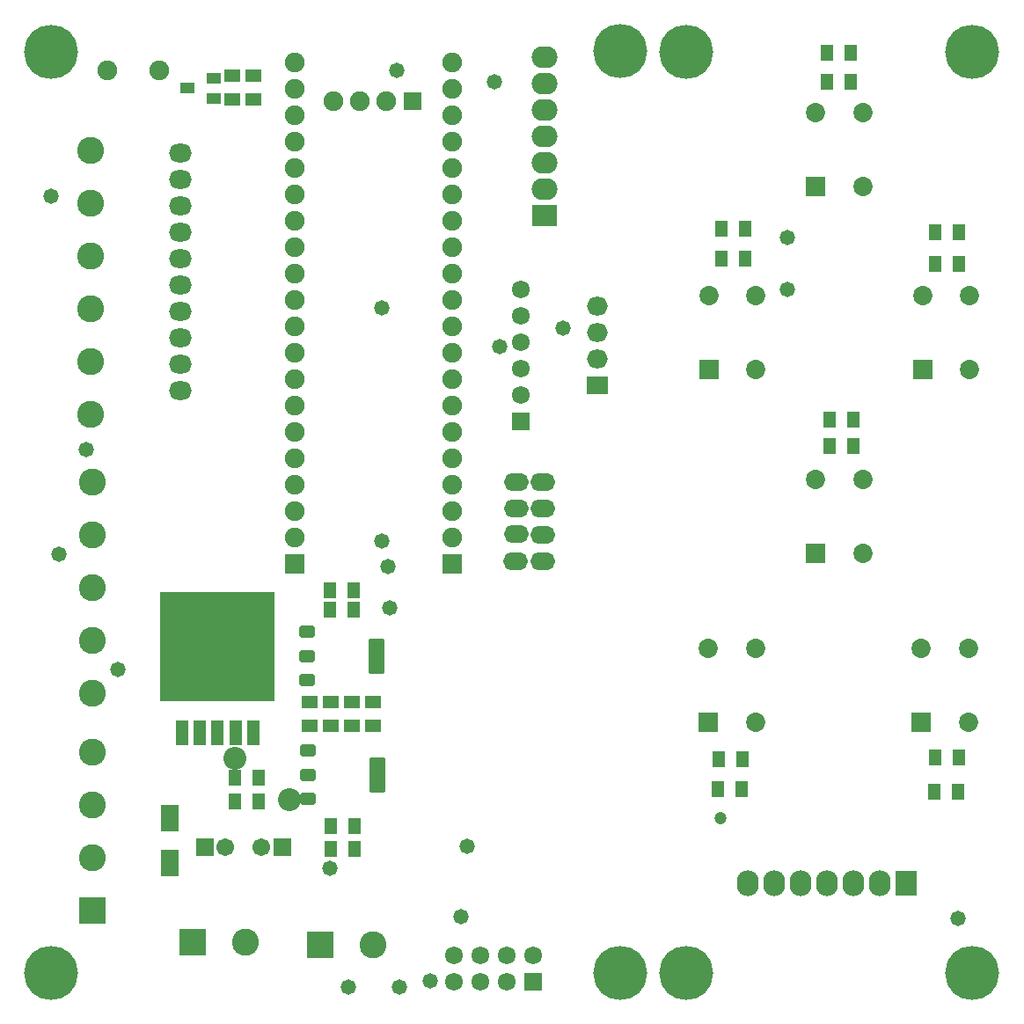
<source format=gts>
G04*
G04 #@! TF.GenerationSoftware,Altium Limited,Altium Designer,21.3.2 (30)*
G04*
G04 Layer_Color=8388736*
%FSTAX24Y24*%
%MOIN*%
G70*
G04*
G04 #@! TF.SameCoordinates,110FFF50-2F86-4F7F-B504-3501B117D145*
G04*
G04*
G04 #@! TF.FilePolarity,Negative*
G04*
G01*
G75*
%ADD28R,0.0500X0.0930*%
%ADD29R,0.4332X0.4178*%
%ADD30R,0.0474X0.0630*%
%ADD31R,0.0630X0.0474*%
%ADD32R,0.0552X0.0415*%
G04:AMPARAMS|DCode=33|XSize=44.6mil|YSize=59.6mil|CornerRadius=6.7mil|HoleSize=0mil|Usage=FLASHONLY|Rotation=270.000|XOffset=0mil|YOffset=0mil|HoleType=Round|Shape=RoundedRectangle|*
%AMROUNDEDRECTD33*
21,1,0.0446,0.0461,0,0,270.0*
21,1,0.0311,0.0596,0,0,270.0*
1,1,0.0135,-0.0230,-0.0156*
1,1,0.0135,-0.0230,0.0156*
1,1,0.0135,0.0230,0.0156*
1,1,0.0135,0.0230,-0.0156*
%
%ADD33ROUNDEDRECTD33*%
G04:AMPARAMS|DCode=34|XSize=135.6mil|YSize=59.6mil|CornerRadius=7.9mil|HoleSize=0mil|Usage=FLASHONLY|Rotation=270.000|XOffset=0mil|YOffset=0mil|HoleType=Round|Shape=RoundedRectangle|*
%AMROUNDEDRECTD34*
21,1,0.1356,0.0438,0,0,270.0*
21,1,0.1198,0.0596,0,0,270.0*
1,1,0.0157,-0.0219,-0.0599*
1,1,0.0157,-0.0219,0.0599*
1,1,0.0157,0.0219,0.0599*
1,1,0.0157,0.0219,-0.0599*
%
%ADD34ROUNDEDRECTD34*%
%ADD35R,0.0690X0.0997*%
%ADD36O,0.0830X0.0980*%
%ADD37R,0.0830X0.0980*%
%ADD38C,0.1025*%
%ADD39C,0.0730*%
%ADD40R,0.0730X0.0730*%
%ADD41C,0.0277*%
%ADD42C,0.2049*%
%ADD43O,0.0867X0.0710*%
%ADD44R,0.1025X0.1025*%
%ADD45C,0.0749*%
%ADD46O,0.0940X0.0680*%
%ADD47R,0.0678X0.0678*%
%ADD48C,0.0678*%
%ADD49R,0.0678X0.0678*%
%ADD50O,0.0789X0.0710*%
%ADD51R,0.0789X0.0710*%
%ADD52O,0.0980X0.0830*%
%ADD53R,0.0980X0.0830*%
%ADD54R,0.0671X0.0671*%
%ADD55C,0.0671*%
%ADD56R,0.1025X0.1025*%
%ADD57R,0.0749X0.0749*%
%ADD58C,0.0580*%
%ADD59C,0.0867*%
%ADD60C,0.0474*%
D28*
X01889Y02032D02*
D03*
X01822D02*
D03*
X01755D02*
D03*
X01688D02*
D03*
X01621D02*
D03*
D29*
X01755Y0236D02*
D03*
D30*
X0456Y0181D02*
D03*
X0447D02*
D03*
X04475Y0194D02*
D03*
X04565D02*
D03*
X0374Y0182D02*
D03*
X0365D02*
D03*
X03655Y01935D02*
D03*
X03745D02*
D03*
X04165Y0322D02*
D03*
X04075D02*
D03*
Y0312D02*
D03*
X04165D02*
D03*
X04565Y0381D02*
D03*
X04475D02*
D03*
Y0393D02*
D03*
X04565D02*
D03*
X03755Y03945D02*
D03*
X03665D02*
D03*
Y0383D02*
D03*
X03755D02*
D03*
X04155Y0461D02*
D03*
X04065D02*
D03*
Y045D02*
D03*
X04155D02*
D03*
X0218Y025D02*
D03*
X0227D02*
D03*
X0218Y02575D02*
D03*
X0227D02*
D03*
X0191Y01865D02*
D03*
X0182D02*
D03*
X0182Y01775D02*
D03*
X0191D02*
D03*
X02275Y01595D02*
D03*
X02185D02*
D03*
X02275Y0168D02*
D03*
X02185D02*
D03*
D31*
X02265Y0206D02*
D03*
Y0215D02*
D03*
X02345Y0206D02*
D03*
Y0215D02*
D03*
X0181Y04525D02*
D03*
Y04435D02*
D03*
X0189Y04435D02*
D03*
Y04525D02*
D03*
X02185Y0206D02*
D03*
Y0215D02*
D03*
X02105Y0206D02*
D03*
Y0215D02*
D03*
D32*
X017392Y045138D02*
D03*
X01739Y04438D02*
D03*
X016408Y044752D02*
D03*
D33*
X020983Y019652D02*
D03*
Y01875D02*
D03*
Y017848D02*
D03*
X020933Y024152D02*
D03*
Y02325D02*
D03*
Y022348D02*
D03*
D34*
X023617Y01875D02*
D03*
X023567Y02325D02*
D03*
D35*
X01575Y017091D02*
D03*
Y015409D02*
D03*
D36*
X03765Y01465D02*
D03*
X03965D02*
D03*
X04265D02*
D03*
X04165D02*
D03*
X04065D02*
D03*
X03865D02*
D03*
D37*
X04365D02*
D03*
D38*
X0128Y02985D02*
D03*
Y02785D02*
D03*
Y02585D02*
D03*
Y02385D02*
D03*
Y02185D02*
D03*
Y0156D02*
D03*
Y0176D02*
D03*
Y0196D02*
D03*
X01275Y0424D02*
D03*
Y0404D02*
D03*
Y0384D02*
D03*
Y0364D02*
D03*
Y0344D02*
D03*
Y0324D02*
D03*
X02345Y0123D02*
D03*
X0186Y0124D02*
D03*
D39*
X04599Y02355D02*
D03*
X04421D02*
D03*
X04599Y02075D02*
D03*
X03794Y0369D02*
D03*
X03616D02*
D03*
X03794Y0341D02*
D03*
X03793Y02355D02*
D03*
X03615D02*
D03*
X03793Y02075D02*
D03*
X04199Y02995D02*
D03*
X04021D02*
D03*
X04199Y02715D02*
D03*
X04604Y0369D02*
D03*
X04426D02*
D03*
X04604Y0341D02*
D03*
X04199Y04385D02*
D03*
X04021D02*
D03*
X04199Y04105D02*
D03*
D40*
X04421Y02075D02*
D03*
X03616Y0341D02*
D03*
X03615Y02075D02*
D03*
X04021Y02715D02*
D03*
X04426Y0341D02*
D03*
X04021Y04105D02*
D03*
D41*
X033324Y010656D02*
D03*
X032751Y010459D02*
D03*
X032206Y010726D02*
D03*
X032009Y011299D02*
D03*
X032276Y011844D02*
D03*
X032849Y012041D02*
D03*
X033394Y011774D02*
D03*
X033591Y011201D02*
D03*
X035824Y010656D02*
D03*
X035251Y010459D02*
D03*
X034706Y010726D02*
D03*
X034509Y011299D02*
D03*
X034776Y011844D02*
D03*
X035349Y012041D02*
D03*
X035894Y011774D02*
D03*
X036091Y011201D02*
D03*
X046674Y010656D02*
D03*
X046101Y010459D02*
D03*
X045556Y010726D02*
D03*
X045359Y011299D02*
D03*
X045626Y011844D02*
D03*
X046199Y012041D02*
D03*
X046744Y011774D02*
D03*
X046941Y011201D02*
D03*
X046674Y045556D02*
D03*
X046101Y045359D02*
D03*
X045556Y045626D02*
D03*
X045359Y046199D02*
D03*
X045626Y046744D02*
D03*
X046199Y046941D02*
D03*
X046744Y046674D02*
D03*
X046941Y046101D02*
D03*
X035824Y045556D02*
D03*
X035251Y045359D02*
D03*
X034706Y045626D02*
D03*
X034509Y046199D02*
D03*
X034776Y046744D02*
D03*
X035349Y046941D02*
D03*
X035894Y046674D02*
D03*
X036091Y046101D02*
D03*
X033325Y045565D02*
D03*
X032752Y045368D02*
D03*
X032207Y045635D02*
D03*
X03201Y046208D02*
D03*
X032276Y046753D02*
D03*
X03285Y04695D02*
D03*
X033395Y046684D02*
D03*
X033592Y04611D02*
D03*
X011774Y010656D02*
D03*
X011201Y010459D02*
D03*
X010656Y010726D02*
D03*
X010459Y011299D02*
D03*
X010726Y011844D02*
D03*
X011299Y012041D02*
D03*
X011844Y011774D02*
D03*
X012041Y011201D02*
D03*
X011774Y045556D02*
D03*
X011201Y045359D02*
D03*
X010656Y045626D02*
D03*
X010459Y046199D02*
D03*
X010726Y046744D02*
D03*
X011299Y046941D02*
D03*
X011844Y046674D02*
D03*
X012041Y046101D02*
D03*
D42*
X0328Y01125D02*
D03*
X0353D02*
D03*
X04615D02*
D03*
Y04615D02*
D03*
X0353D02*
D03*
X032801Y046159D02*
D03*
X01125Y01125D02*
D03*
Y04615D02*
D03*
D43*
X01615Y0423D02*
D03*
Y0333D02*
D03*
Y0393D02*
D03*
Y0353D02*
D03*
Y0343D02*
D03*
Y0373D02*
D03*
Y0383D02*
D03*
Y0413D02*
D03*
Y0363D02*
D03*
Y0403D02*
D03*
D44*
X0128Y0136D02*
D03*
D45*
X01535Y04545D02*
D03*
X013381D02*
D03*
X02645Y03375D02*
D03*
Y04275D02*
D03*
Y04175D02*
D03*
Y04075D02*
D03*
Y03975D02*
D03*
Y03875D02*
D03*
Y03775D02*
D03*
Y03675D02*
D03*
Y03575D02*
D03*
Y03275D02*
D03*
Y03175D02*
D03*
Y03075D02*
D03*
Y02975D02*
D03*
Y02875D02*
D03*
Y02775D02*
D03*
Y03475D02*
D03*
Y04575D02*
D03*
Y04475D02*
D03*
Y04375D02*
D03*
X02394Y04426D02*
D03*
X02294D02*
D03*
X02194D02*
D03*
X02046Y04575D02*
D03*
Y04475D02*
D03*
Y04375D02*
D03*
Y04275D02*
D03*
Y04175D02*
D03*
Y04075D02*
D03*
Y03975D02*
D03*
Y03875D02*
D03*
Y03775D02*
D03*
Y03675D02*
D03*
Y03575D02*
D03*
Y03475D02*
D03*
Y03375D02*
D03*
Y03275D02*
D03*
Y03175D02*
D03*
Y03075D02*
D03*
Y02975D02*
D03*
Y02875D02*
D03*
Y02775D02*
D03*
D46*
X02887Y02985D02*
D03*
Y02885D02*
D03*
Y02786D02*
D03*
X02885Y02685D02*
D03*
X02988Y02684D02*
D03*
X029865Y027845D02*
D03*
X02988Y02884D02*
D03*
Y02984D02*
D03*
D47*
X0295Y0109D02*
D03*
D48*
X0285D02*
D03*
X0275D02*
D03*
X0265D02*
D03*
Y0119D02*
D03*
X0275D02*
D03*
X0285D02*
D03*
X0295D02*
D03*
X02905Y03715D02*
D03*
Y03615D02*
D03*
Y03515D02*
D03*
Y03415D02*
D03*
Y03315D02*
D03*
D49*
Y03215D02*
D03*
D50*
X03195Y0365D02*
D03*
Y0355D02*
D03*
Y0345D02*
D03*
D51*
Y0335D02*
D03*
D52*
X02995Y04595D02*
D03*
Y04395D02*
D03*
Y04095D02*
D03*
Y04195D02*
D03*
Y04295D02*
D03*
Y04495D02*
D03*
D53*
Y03995D02*
D03*
D54*
X019987Y016D02*
D03*
X017063D02*
D03*
X02494Y04426D02*
D03*
D55*
X0192Y016D02*
D03*
X01785D02*
D03*
D56*
X02145Y0123D02*
D03*
X0166Y0124D02*
D03*
D57*
X02645Y02675D02*
D03*
X02046D02*
D03*
D58*
X03915Y0391D02*
D03*
Y03715D02*
D03*
X024014Y026626D02*
D03*
X0225Y0107D02*
D03*
X0218Y015206D02*
D03*
X0256Y01095D02*
D03*
X02445Y0107D02*
D03*
X013764Y022725D02*
D03*
X027Y01602D02*
D03*
X02805Y045D02*
D03*
X02676Y01338D02*
D03*
X02406Y02506D02*
D03*
X01258Y03106D02*
D03*
X02434Y04545D02*
D03*
X02377Y0276D02*
D03*
Y03644D02*
D03*
X01125Y04068D02*
D03*
X01155Y0271D02*
D03*
X0456Y01329D02*
D03*
X03065Y035655D02*
D03*
X02823Y03497D02*
D03*
D59*
X0182Y01938D02*
D03*
X020282Y0178D02*
D03*
D60*
X0366Y0171D02*
D03*
M02*

</source>
